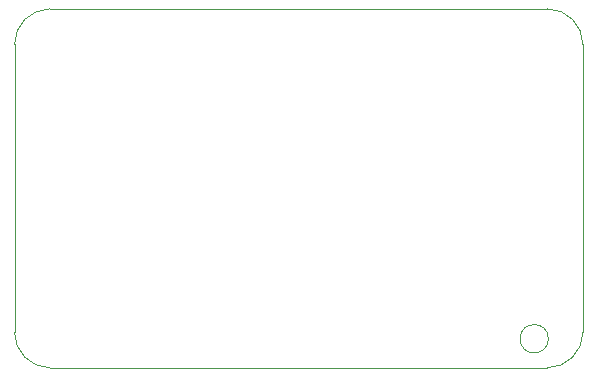
<source format=gbr>
%TF.GenerationSoftware,KiCad,Pcbnew,8.0.3*%
%TF.CreationDate,2024-08-07T15:39:49+03:00*%
%TF.ProjectId,Thermometer Schematic,54686572-6d6f-46d6-9574-657220536368,rev?*%
%TF.SameCoordinates,Original*%
%TF.FileFunction,Profile,NP*%
%FSLAX46Y46*%
G04 Gerber Fmt 4.6, Leading zero omitted, Abs format (unit mm)*
G04 Created by KiCad (PCBNEW 8.0.3) date 2024-08-07 15:39:49*
%MOMM*%
%LPD*%
G01*
G04 APERTURE LIST*
%TA.AperFunction,Profile*%
%ADD10C,0.050000*%
%TD*%
G04 APERTURE END LIST*
D10*
X126630000Y-79465000D02*
X126630000Y-103845000D01*
X78510000Y-79465000D02*
G75*
G02*
X81510000Y-76465000I3000000J0D01*
G01*
X81510000Y-76465000D02*
X123630000Y-76465000D01*
X123710000Y-104390000D02*
G75*
G02*
X121310000Y-104390000I-1200000J0D01*
G01*
X121310000Y-104390000D02*
G75*
G02*
X123710000Y-104390000I1200000J0D01*
G01*
X126630000Y-103845000D02*
G75*
G02*
X123630000Y-106845000I-3000000J0D01*
G01*
X123630000Y-106845000D02*
X81510000Y-106845000D01*
X81510000Y-106845000D02*
G75*
G02*
X78510000Y-103845000I0J3000000D01*
G01*
X78510000Y-103845000D02*
X78510000Y-79465000D01*
X123630000Y-76465000D02*
G75*
G02*
X126630000Y-79465000I0J-3000000D01*
G01*
M02*

</source>
